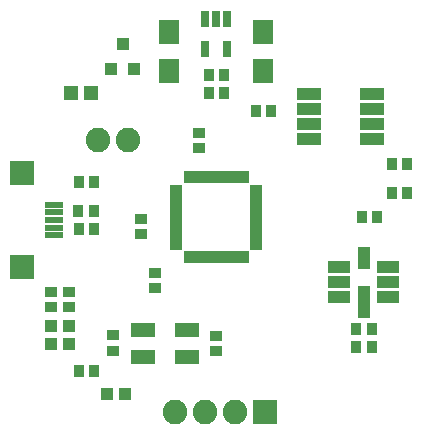
<source format=gts>
G75*
G70*
%OFA0B0*%
%FSLAX24Y24*%
%IPPOS*%
%LPD*%
%AMOC8*
5,1,8,0,0,1.08239X$1,22.5*
%
%ADD10R,0.0395X0.0198*%
%ADD11R,0.0198X0.0395*%
%ADD12R,0.0828X0.0513*%
%ADD13R,0.0434X0.0356*%
%ADD14R,0.0631X0.0218*%
%ADD15R,0.0828X0.0789*%
%ADD16R,0.0356X0.0434*%
%ADD17R,0.0297X0.0552*%
%ADD18R,0.0710X0.0828*%
%ADD19R,0.0395X0.0434*%
%ADD20R,0.0513X0.0474*%
%ADD21R,0.0395X0.0395*%
%ADD22R,0.0820X0.0820*%
%ADD23C,0.0820*%
%ADD24R,0.0789X0.0395*%
%ADD25R,0.0395X0.1064*%
%ADD26R,0.0395X0.0737*%
%ADD27R,0.0737X0.0395*%
D10*
X006489Y006843D03*
X006489Y007040D03*
X006489Y007237D03*
X006489Y007433D03*
X006489Y007630D03*
X006489Y007827D03*
X006489Y008024D03*
X006489Y008221D03*
X006489Y008418D03*
X006489Y008615D03*
X006489Y008811D03*
X009166Y008811D03*
X009166Y008615D03*
X009166Y008418D03*
X009166Y008221D03*
X009166Y008024D03*
X009166Y007827D03*
X009166Y007630D03*
X009166Y007433D03*
X009166Y007237D03*
X009166Y007040D03*
X009166Y006843D03*
D11*
X008811Y006489D03*
X008615Y006489D03*
X008418Y006489D03*
X008221Y006489D03*
X008024Y006489D03*
X007827Y006489D03*
X007630Y006489D03*
X007433Y006489D03*
X007237Y006489D03*
X007040Y006489D03*
X006843Y006489D03*
X006843Y009166D03*
X007040Y009166D03*
X007237Y009166D03*
X007433Y009166D03*
X007630Y009166D03*
X007827Y009166D03*
X008024Y009166D03*
X008221Y009166D03*
X008418Y009166D03*
X008615Y009166D03*
X008811Y009166D03*
D12*
X006844Y004059D03*
X006844Y003154D03*
X005388Y003154D03*
X005388Y004059D03*
D13*
X004378Y003881D03*
X004378Y003369D03*
X002906Y004815D03*
X002906Y005327D03*
X002315Y005327D03*
X002315Y004815D03*
X005327Y007255D03*
X005327Y007767D03*
X005796Y005965D03*
X005796Y005453D03*
X007813Y003863D03*
X007813Y003351D03*
X007237Y010130D03*
X007237Y010642D03*
D14*
X002412Y008241D03*
X002412Y007985D03*
X002412Y007729D03*
X002412Y007473D03*
X002412Y007217D03*
D15*
X001369Y006154D03*
X001369Y009304D03*
D16*
X003241Y002709D03*
X003752Y002709D03*
X003763Y007429D03*
X003252Y007429D03*
X003232Y008044D03*
X003744Y008044D03*
X003752Y009008D03*
X003241Y009008D03*
X007571Y011961D03*
X008083Y011961D03*
X008083Y012552D03*
X007571Y012552D03*
X009146Y011370D03*
X009658Y011370D03*
X012689Y007827D03*
X013201Y007827D03*
X013674Y008615D03*
X014185Y008615D03*
X014185Y009599D03*
X013674Y009599D03*
X013004Y004087D03*
X012493Y004087D03*
X012493Y003496D03*
X013004Y003496D03*
D17*
X008201Y013418D03*
X007453Y013418D03*
X007453Y014441D03*
X007827Y014441D03*
X008201Y014441D03*
D18*
X009402Y013989D03*
X009402Y012689D03*
X006252Y012689D03*
X006252Y013989D03*
D19*
X005083Y012764D03*
X004335Y012764D03*
X004709Y013591D03*
D20*
X003650Y011961D03*
X002981Y011961D03*
D21*
X002906Y004185D03*
X002906Y003595D03*
X002315Y003595D03*
X002315Y004185D03*
X004185Y001922D03*
X004776Y001922D03*
D22*
X009464Y001319D03*
D23*
X008464Y001319D03*
X007464Y001319D03*
X006464Y001319D03*
X004874Y010386D03*
X003874Y010386D03*
D24*
X010911Y010424D03*
X010911Y010924D03*
X010911Y011424D03*
X010911Y011924D03*
X013011Y011924D03*
X013011Y011424D03*
X013011Y010924D03*
X013011Y010424D03*
D25*
X012748Y005012D03*
D26*
X012748Y006475D03*
D27*
X011935Y006162D03*
X011935Y005662D03*
X011935Y005162D03*
X013561Y005162D03*
X013561Y005662D03*
X013561Y006162D03*
M02*

</source>
